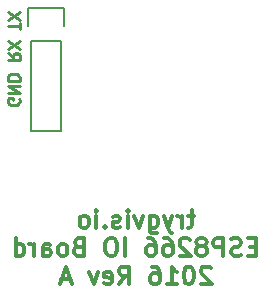
<source format=gbo>
%TF.GenerationSoftware,KiCad,Pcbnew,4.0.2+dfsg1-stable*%
%TF.CreationDate,2016-09-15T08:37:13+02:00*%
%TF.ProjectId,esp8266-io-board,657370383236362D696F2D626F617264,rev?*%
%TF.FileFunction,Legend,Bot*%
%FSLAX46Y46*%
G04 Gerber Fmt 4.6, Leading zero omitted, Abs format (unit mm)*
G04 Created by KiCad (PCBNEW 4.0.2+dfsg1-stable) date Thu Sep 15 08:37:13 2016*
%MOMM*%
G01*
G04 APERTURE LIST*
%ADD10C,0.350000*%
%ADD11C,0.250000*%
%ADD12C,0.300000*%
%ADD13C,0.150000*%
G04 APERTURE END LIST*
D10*
D11*
X137406000Y-86161143D02*
X137453619Y-86256381D01*
X137453619Y-86399238D01*
X137406000Y-86542096D01*
X137310762Y-86637334D01*
X137215524Y-86684953D01*
X137025048Y-86732572D01*
X136882190Y-86732572D01*
X136691714Y-86684953D01*
X136596476Y-86637334D01*
X136501238Y-86542096D01*
X136453619Y-86399238D01*
X136453619Y-86304000D01*
X136501238Y-86161143D01*
X136548857Y-86113524D01*
X136882190Y-86113524D01*
X136882190Y-86304000D01*
X136453619Y-85684953D02*
X137453619Y-85684953D01*
X136453619Y-85113524D01*
X137453619Y-85113524D01*
X136453619Y-84637334D02*
X137453619Y-84637334D01*
X137453619Y-84399239D01*
X137406000Y-84256381D01*
X137310762Y-84161143D01*
X137215524Y-84113524D01*
X137025048Y-84065905D01*
X136882190Y-84065905D01*
X136691714Y-84113524D01*
X136596476Y-84161143D01*
X136501238Y-84256381D01*
X136453619Y-84399239D01*
X136453619Y-84637334D01*
X136453619Y-82304000D02*
X136929810Y-82637334D01*
X136453619Y-82875429D02*
X137453619Y-82875429D01*
X137453619Y-82494476D01*
X137406000Y-82399238D01*
X137358381Y-82351619D01*
X137263143Y-82304000D01*
X137120286Y-82304000D01*
X137025048Y-82351619D01*
X136977429Y-82399238D01*
X136929810Y-82494476D01*
X136929810Y-82875429D01*
X137453619Y-81970667D02*
X136453619Y-81304000D01*
X137453619Y-81304000D02*
X136453619Y-81970667D01*
X137453619Y-80304000D02*
X137453619Y-79732571D01*
X136453619Y-80018286D02*
X137453619Y-80018286D01*
X137453619Y-79494476D02*
X136453619Y-78827809D01*
X137453619Y-78827809D02*
X136453619Y-79494476D01*
D12*
X152248572Y-96084571D02*
X151677143Y-96084571D01*
X152034286Y-95584571D02*
X152034286Y-96870286D01*
X151962858Y-97013143D01*
X151820000Y-97084571D01*
X151677143Y-97084571D01*
X151177143Y-97084571D02*
X151177143Y-96084571D01*
X151177143Y-96370286D02*
X151105715Y-96227429D01*
X151034286Y-96156000D01*
X150891429Y-96084571D01*
X150748572Y-96084571D01*
X150391429Y-96084571D02*
X150034286Y-97084571D01*
X149677144Y-96084571D02*
X150034286Y-97084571D01*
X150177144Y-97441714D01*
X150248572Y-97513143D01*
X150391429Y-97584571D01*
X148462858Y-96084571D02*
X148462858Y-97298857D01*
X148534287Y-97441714D01*
X148605715Y-97513143D01*
X148748572Y-97584571D01*
X148962858Y-97584571D01*
X149105715Y-97513143D01*
X148462858Y-97013143D02*
X148605715Y-97084571D01*
X148891429Y-97084571D01*
X149034287Y-97013143D01*
X149105715Y-96941714D01*
X149177144Y-96798857D01*
X149177144Y-96370286D01*
X149105715Y-96227429D01*
X149034287Y-96156000D01*
X148891429Y-96084571D01*
X148605715Y-96084571D01*
X148462858Y-96156000D01*
X147891429Y-96084571D02*
X147534286Y-97084571D01*
X147177144Y-96084571D01*
X146605715Y-97084571D02*
X146605715Y-96084571D01*
X146605715Y-95584571D02*
X146677144Y-95656000D01*
X146605715Y-95727429D01*
X146534287Y-95656000D01*
X146605715Y-95584571D01*
X146605715Y-95727429D01*
X145962858Y-97013143D02*
X145820001Y-97084571D01*
X145534286Y-97084571D01*
X145391429Y-97013143D01*
X145320001Y-96870286D01*
X145320001Y-96798857D01*
X145391429Y-96656000D01*
X145534286Y-96584571D01*
X145748572Y-96584571D01*
X145891429Y-96513143D01*
X145962858Y-96370286D01*
X145962858Y-96298857D01*
X145891429Y-96156000D01*
X145748572Y-96084571D01*
X145534286Y-96084571D01*
X145391429Y-96156000D01*
X144677143Y-96941714D02*
X144605715Y-97013143D01*
X144677143Y-97084571D01*
X144748572Y-97013143D01*
X144677143Y-96941714D01*
X144677143Y-97084571D01*
X143962857Y-97084571D02*
X143962857Y-96084571D01*
X143962857Y-95584571D02*
X144034286Y-95656000D01*
X143962857Y-95727429D01*
X143891429Y-95656000D01*
X143962857Y-95584571D01*
X143962857Y-95727429D01*
X143034285Y-97084571D02*
X143177143Y-97013143D01*
X143248571Y-96941714D01*
X143320000Y-96798857D01*
X143320000Y-96370286D01*
X143248571Y-96227429D01*
X143177143Y-96156000D01*
X143034285Y-96084571D01*
X142820000Y-96084571D01*
X142677143Y-96156000D01*
X142605714Y-96227429D01*
X142534285Y-96370286D01*
X142534285Y-96798857D01*
X142605714Y-96941714D01*
X142677143Y-97013143D01*
X142820000Y-97084571D01*
X143034285Y-97084571D01*
X157498570Y-98698857D02*
X156998570Y-98698857D01*
X156784284Y-99484571D02*
X157498570Y-99484571D01*
X157498570Y-97984571D01*
X156784284Y-97984571D01*
X156212856Y-99413143D02*
X155998570Y-99484571D01*
X155641427Y-99484571D01*
X155498570Y-99413143D01*
X155427141Y-99341714D01*
X155355713Y-99198857D01*
X155355713Y-99056000D01*
X155427141Y-98913143D01*
X155498570Y-98841714D01*
X155641427Y-98770286D01*
X155927141Y-98698857D01*
X156069999Y-98627429D01*
X156141427Y-98556000D01*
X156212856Y-98413143D01*
X156212856Y-98270286D01*
X156141427Y-98127429D01*
X156069999Y-98056000D01*
X155927141Y-97984571D01*
X155569999Y-97984571D01*
X155355713Y-98056000D01*
X154712856Y-99484571D02*
X154712856Y-97984571D01*
X154141428Y-97984571D01*
X153998570Y-98056000D01*
X153927142Y-98127429D01*
X153855713Y-98270286D01*
X153855713Y-98484571D01*
X153927142Y-98627429D01*
X153998570Y-98698857D01*
X154141428Y-98770286D01*
X154712856Y-98770286D01*
X152998570Y-98627429D02*
X153141428Y-98556000D01*
X153212856Y-98484571D01*
X153284285Y-98341714D01*
X153284285Y-98270286D01*
X153212856Y-98127429D01*
X153141428Y-98056000D01*
X152998570Y-97984571D01*
X152712856Y-97984571D01*
X152569999Y-98056000D01*
X152498570Y-98127429D01*
X152427142Y-98270286D01*
X152427142Y-98341714D01*
X152498570Y-98484571D01*
X152569999Y-98556000D01*
X152712856Y-98627429D01*
X152998570Y-98627429D01*
X153141428Y-98698857D01*
X153212856Y-98770286D01*
X153284285Y-98913143D01*
X153284285Y-99198857D01*
X153212856Y-99341714D01*
X153141428Y-99413143D01*
X152998570Y-99484571D01*
X152712856Y-99484571D01*
X152569999Y-99413143D01*
X152498570Y-99341714D01*
X152427142Y-99198857D01*
X152427142Y-98913143D01*
X152498570Y-98770286D01*
X152569999Y-98698857D01*
X152712856Y-98627429D01*
X151855714Y-98127429D02*
X151784285Y-98056000D01*
X151641428Y-97984571D01*
X151284285Y-97984571D01*
X151141428Y-98056000D01*
X151069999Y-98127429D01*
X150998571Y-98270286D01*
X150998571Y-98413143D01*
X151069999Y-98627429D01*
X151927142Y-99484571D01*
X150998571Y-99484571D01*
X149712857Y-97984571D02*
X149998571Y-97984571D01*
X150141428Y-98056000D01*
X150212857Y-98127429D01*
X150355714Y-98341714D01*
X150427143Y-98627429D01*
X150427143Y-99198857D01*
X150355714Y-99341714D01*
X150284286Y-99413143D01*
X150141428Y-99484571D01*
X149855714Y-99484571D01*
X149712857Y-99413143D01*
X149641428Y-99341714D01*
X149570000Y-99198857D01*
X149570000Y-98841714D01*
X149641428Y-98698857D01*
X149712857Y-98627429D01*
X149855714Y-98556000D01*
X150141428Y-98556000D01*
X150284286Y-98627429D01*
X150355714Y-98698857D01*
X150427143Y-98841714D01*
X148284286Y-97984571D02*
X148570000Y-97984571D01*
X148712857Y-98056000D01*
X148784286Y-98127429D01*
X148927143Y-98341714D01*
X148998572Y-98627429D01*
X148998572Y-99198857D01*
X148927143Y-99341714D01*
X148855715Y-99413143D01*
X148712857Y-99484571D01*
X148427143Y-99484571D01*
X148284286Y-99413143D01*
X148212857Y-99341714D01*
X148141429Y-99198857D01*
X148141429Y-98841714D01*
X148212857Y-98698857D01*
X148284286Y-98627429D01*
X148427143Y-98556000D01*
X148712857Y-98556000D01*
X148855715Y-98627429D01*
X148927143Y-98698857D01*
X148998572Y-98841714D01*
X146355715Y-99484571D02*
X146355715Y-97984571D01*
X145355715Y-97984571D02*
X145070001Y-97984571D01*
X144927143Y-98056000D01*
X144784286Y-98198857D01*
X144712858Y-98484571D01*
X144712858Y-98984571D01*
X144784286Y-99270286D01*
X144927143Y-99413143D01*
X145070001Y-99484571D01*
X145355715Y-99484571D01*
X145498572Y-99413143D01*
X145641429Y-99270286D01*
X145712858Y-98984571D01*
X145712858Y-98484571D01*
X145641429Y-98198857D01*
X145498572Y-98056000D01*
X145355715Y-97984571D01*
X142427143Y-98698857D02*
X142212857Y-98770286D01*
X142141429Y-98841714D01*
X142070000Y-98984571D01*
X142070000Y-99198857D01*
X142141429Y-99341714D01*
X142212857Y-99413143D01*
X142355715Y-99484571D01*
X142927143Y-99484571D01*
X142927143Y-97984571D01*
X142427143Y-97984571D01*
X142284286Y-98056000D01*
X142212857Y-98127429D01*
X142141429Y-98270286D01*
X142141429Y-98413143D01*
X142212857Y-98556000D01*
X142284286Y-98627429D01*
X142427143Y-98698857D01*
X142927143Y-98698857D01*
X141212857Y-99484571D02*
X141355715Y-99413143D01*
X141427143Y-99341714D01*
X141498572Y-99198857D01*
X141498572Y-98770286D01*
X141427143Y-98627429D01*
X141355715Y-98556000D01*
X141212857Y-98484571D01*
X140998572Y-98484571D01*
X140855715Y-98556000D01*
X140784286Y-98627429D01*
X140712857Y-98770286D01*
X140712857Y-99198857D01*
X140784286Y-99341714D01*
X140855715Y-99413143D01*
X140998572Y-99484571D01*
X141212857Y-99484571D01*
X139427143Y-99484571D02*
X139427143Y-98698857D01*
X139498572Y-98556000D01*
X139641429Y-98484571D01*
X139927143Y-98484571D01*
X140070000Y-98556000D01*
X139427143Y-99413143D02*
X139570000Y-99484571D01*
X139927143Y-99484571D01*
X140070000Y-99413143D01*
X140141429Y-99270286D01*
X140141429Y-99127429D01*
X140070000Y-98984571D01*
X139927143Y-98913143D01*
X139570000Y-98913143D01*
X139427143Y-98841714D01*
X138712857Y-99484571D02*
X138712857Y-98484571D01*
X138712857Y-98770286D02*
X138641429Y-98627429D01*
X138570000Y-98556000D01*
X138427143Y-98484571D01*
X138284286Y-98484571D01*
X137141429Y-99484571D02*
X137141429Y-97984571D01*
X137141429Y-99413143D02*
X137284286Y-99484571D01*
X137570000Y-99484571D01*
X137712858Y-99413143D01*
X137784286Y-99341714D01*
X137855715Y-99198857D01*
X137855715Y-98770286D01*
X137784286Y-98627429D01*
X137712858Y-98556000D01*
X137570000Y-98484571D01*
X137284286Y-98484571D01*
X137141429Y-98556000D01*
X153641427Y-100527429D02*
X153569998Y-100456000D01*
X153427141Y-100384571D01*
X153069998Y-100384571D01*
X152927141Y-100456000D01*
X152855712Y-100527429D01*
X152784284Y-100670286D01*
X152784284Y-100813143D01*
X152855712Y-101027429D01*
X153712855Y-101884571D01*
X152784284Y-101884571D01*
X151855713Y-100384571D02*
X151712856Y-100384571D01*
X151569999Y-100456000D01*
X151498570Y-100527429D01*
X151427141Y-100670286D01*
X151355713Y-100956000D01*
X151355713Y-101313143D01*
X151427141Y-101598857D01*
X151498570Y-101741714D01*
X151569999Y-101813143D01*
X151712856Y-101884571D01*
X151855713Y-101884571D01*
X151998570Y-101813143D01*
X152069999Y-101741714D01*
X152141427Y-101598857D01*
X152212856Y-101313143D01*
X152212856Y-100956000D01*
X152141427Y-100670286D01*
X152069999Y-100527429D01*
X151998570Y-100456000D01*
X151855713Y-100384571D01*
X149927142Y-101884571D02*
X150784285Y-101884571D01*
X150355713Y-101884571D02*
X150355713Y-100384571D01*
X150498570Y-100598857D01*
X150641428Y-100741714D01*
X150784285Y-100813143D01*
X148641428Y-100384571D02*
X148927142Y-100384571D01*
X149069999Y-100456000D01*
X149141428Y-100527429D01*
X149284285Y-100741714D01*
X149355714Y-101027429D01*
X149355714Y-101598857D01*
X149284285Y-101741714D01*
X149212857Y-101813143D01*
X149069999Y-101884571D01*
X148784285Y-101884571D01*
X148641428Y-101813143D01*
X148569999Y-101741714D01*
X148498571Y-101598857D01*
X148498571Y-101241714D01*
X148569999Y-101098857D01*
X148641428Y-101027429D01*
X148784285Y-100956000D01*
X149069999Y-100956000D01*
X149212857Y-101027429D01*
X149284285Y-101098857D01*
X149355714Y-101241714D01*
X145855714Y-101884571D02*
X146355714Y-101170286D01*
X146712857Y-101884571D02*
X146712857Y-100384571D01*
X146141429Y-100384571D01*
X145998571Y-100456000D01*
X145927143Y-100527429D01*
X145855714Y-100670286D01*
X145855714Y-100884571D01*
X145927143Y-101027429D01*
X145998571Y-101098857D01*
X146141429Y-101170286D01*
X146712857Y-101170286D01*
X144641429Y-101813143D02*
X144784286Y-101884571D01*
X145070000Y-101884571D01*
X145212857Y-101813143D01*
X145284286Y-101670286D01*
X145284286Y-101098857D01*
X145212857Y-100956000D01*
X145070000Y-100884571D01*
X144784286Y-100884571D01*
X144641429Y-100956000D01*
X144570000Y-101098857D01*
X144570000Y-101241714D01*
X145284286Y-101384571D01*
X144070000Y-100884571D02*
X143712857Y-101884571D01*
X143355715Y-100884571D01*
X141712858Y-101456000D02*
X140998572Y-101456000D01*
X141855715Y-101884571D02*
X141355715Y-100384571D01*
X140855715Y-101884571D01*
D13*
X140970000Y-81280000D02*
X140970000Y-88900000D01*
X138430000Y-81280000D02*
X138430000Y-88900000D01*
X138150000Y-78460000D02*
X138150000Y-80010000D01*
X140970000Y-88900000D02*
X138430000Y-88900000D01*
X138430000Y-81280000D02*
X140970000Y-81280000D01*
X141250000Y-80010000D02*
X141250000Y-78460000D01*
X141250000Y-78460000D02*
X138150000Y-78460000D01*
M02*

</source>
